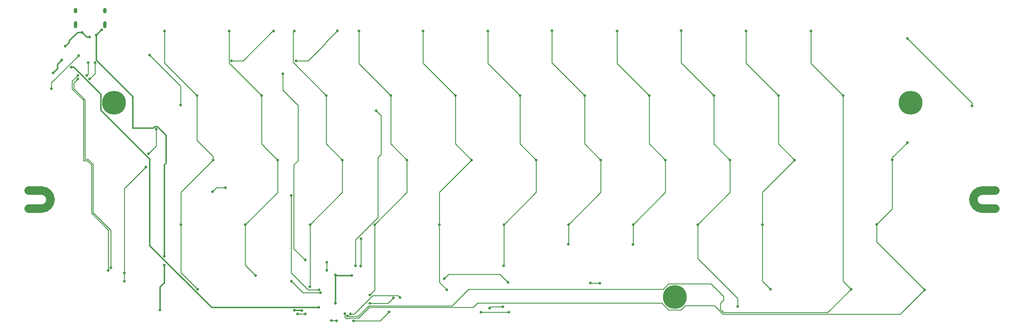
<source format=gbr>
%TF.GenerationSoftware,KiCad,Pcbnew,(5.1.10)-1*%
%TF.CreationDate,2021-08-14T15:29:17+09:00*%
%TF.ProjectId,pcb,7063622e-6b69-4636-9164-5f7063625858,rev?*%
%TF.SameCoordinates,Original*%
%TF.FileFunction,Copper,L1,Top*%
%TF.FilePolarity,Positive*%
%FSLAX46Y46*%
G04 Gerber Fmt 4.6, Leading zero omitted, Abs format (unit mm)*
G04 Created by KiCad (PCBNEW (5.1.10)-1) date 2021-08-14 15:29:17*
%MOMM*%
%LPD*%
G01*
G04 APERTURE LIST*
%TA.AperFunction,EtchedComponent*%
%ADD10C,2.501900*%
%TD*%
%TA.AperFunction,ComponentPad*%
%ADD11C,1.000000*%
%TD*%
%TA.AperFunction,ComponentPad*%
%ADD12C,7.000240*%
%TD*%
%TA.AperFunction,ComponentPad*%
%ADD13C,7.001300*%
%TD*%
%TA.AperFunction,ComponentPad*%
%ADD14O,1.000000X2.100000*%
%TD*%
%TA.AperFunction,ComponentPad*%
%ADD15O,1.000000X1.600000*%
%TD*%
%TA.AperFunction,ViaPad*%
%ADD16C,0.800000*%
%TD*%
%TA.AperFunction,Conductor*%
%ADD17C,0.381000*%
%TD*%
%TA.AperFunction,Conductor*%
%ADD18C,0.250000*%
%TD*%
G04 APERTURE END LIST*
D10*
%TO.C,REF\u002A\u002A*%
X24251000Y-77923050D02*
X28051000Y-77923050D01*
X24251000Y-83224950D02*
X28051000Y-83224950D01*
X305451000Y-83224950D02*
X309301000Y-83224950D01*
X305451000Y-77923050D02*
X309251000Y-77923050D01*
X28051000Y-83224950D02*
G75*
G03*
X30701950Y-80574000I0J2650950D01*
G01*
X30701950Y-80574000D02*
G75*
G03*
X28051000Y-77923050I-2650950J0D01*
G01*
X302800050Y-80574000D02*
G75*
G02*
X305451000Y-77923050I2650950J0D01*
G01*
X305451000Y-83224950D02*
G75*
G02*
X302800050Y-80574000I0J2650950D01*
G01*
%TD*%
D11*
%TO.P,REF\u002A\u002A,1*%
%TO.N,N/C*%
X303612522Y-82412478D03*
X305451000Y-83174000D03*
X307493035Y-83174000D03*
X307493035Y-77974000D03*
X305451000Y-77974000D03*
X303612522Y-78735522D03*
X302851000Y-80574000D03*
X26008965Y-83174000D03*
X26008965Y-77974000D03*
X29889478Y-82412478D03*
X29889478Y-78735522D03*
X28051000Y-83174000D03*
X28051000Y-77974000D03*
X30651000Y-80574000D03*
X215951000Y-111574000D03*
X213551000Y-111574000D03*
X213551000Y-106974000D03*
X215951000Y-106974000D03*
X214751000Y-111574000D03*
X214751000Y-106974000D03*
X285501000Y-49657000D03*
X283101000Y-49674000D03*
X283101000Y-54274000D03*
X285501000Y-54274000D03*
X284301000Y-54274000D03*
X284301000Y-49674000D03*
X51077346Y-53600346D03*
X47824654Y-53600346D03*
X51077346Y-50347654D03*
X47824654Y-50347654D03*
X49451000Y-54274000D03*
X51751000Y-51974000D03*
X47151000Y-51974000D03*
X49451000Y-49674000D03*
D12*
X284301000Y-51974000D03*
X214751000Y-109274000D03*
D13*
X49451000Y-51974000D03*
%TD*%
D14*
%TO.P,USB1,13*%
%TO.N,GND*%
X38098000Y-29005000D03*
X46738000Y-29005000D03*
D15*
X38098000Y-24825000D03*
X46738000Y-24825000D03*
%TD*%
D16*
%TO.N,GND*%
X45768002Y-30463499D03*
X44164000Y-32013500D03*
X64235997Y-97308003D03*
X64262000Y-99949000D03*
X62992000Y-113157000D03*
X102597259Y-113201741D03*
X104775000Y-113284000D03*
%TO.N,+5V*%
X114712750Y-102806500D03*
X119538750Y-102933500D03*
X114680500Y-111156250D03*
X36830000Y-41475001D03*
X109759750Y-112392500D03*
X31496000Y-43180000D03*
X34036000Y-39370000D03*
%TO.N,row0*%
X99187000Y-43434000D03*
X105791000Y-98425000D03*
X112141000Y-99060000D03*
X112141000Y-101473000D03*
%TO.N,row1*%
X126713750Y-54323750D03*
X120650000Y-100106248D03*
%TO.N,row2*%
X101662500Y-79375000D03*
X109855000Y-107188000D03*
%TO.N,row3*%
X122237500Y-92137500D03*
X122174000Y-100203000D03*
%TO.N,Net-(D12-Pad2)*%
X82296000Y-77089000D03*
X78486000Y-78232000D03*
%TO.N,Net-(D15-Pad2)*%
X84074000Y-39624000D03*
X96520000Y-30861000D03*
%TO.N,Net-(D19-Pad2)*%
X115316000Y-30734000D03*
X103124000Y-39624000D03*
%TO.N,VCC*%
X42213999Y-32639000D03*
X40005000Y-31242000D03*
X35031161Y-35302147D03*
%TO.N,col0*%
X38989000Y-38100000D03*
X30988000Y-47879000D03*
X103505000Y-114300000D03*
X105791000Y-114300000D03*
X113478268Y-116276282D03*
X115025000Y-116332000D03*
%TO.N,col1*%
X59944000Y-37973000D03*
X69088000Y-52705000D03*
X61849000Y-59817000D03*
X59563000Y-67056000D03*
X58801000Y-70993000D03*
X52451000Y-104648000D03*
X52451000Y-102198000D03*
X101727000Y-104648000D03*
X110302214Y-108082429D03*
%TO.N,col2*%
X74041000Y-107061000D03*
X69115000Y-87947500D03*
X78640000Y-68897500D03*
X73877500Y-49847500D03*
X64352500Y-30797500D03*
%TO.N,col3*%
X88138000Y-88011000D03*
X97690000Y-68897500D03*
X92927500Y-49847500D03*
X83402500Y-30797500D03*
X91186000Y-102923000D03*
%TO.N,col4*%
X102616000Y-30861000D03*
X111977500Y-49847500D03*
X116740000Y-68897500D03*
X107215000Y-87947500D03*
X107188000Y-106262000D03*
%TO.N,col5*%
X121666000Y-30861000D03*
X131027500Y-49847500D03*
X135790000Y-68897500D03*
X126265000Y-87947500D03*
X124841000Y-108712000D03*
%TO.N,col6*%
X147574000Y-107188000D03*
X145315000Y-87947500D03*
X154840000Y-68897500D03*
X150077500Y-49847500D03*
X140552500Y-30797500D03*
%TO.N,col7*%
X159639000Y-30861000D03*
X169127500Y-49847500D03*
X173890000Y-68897500D03*
X164365000Y-87947500D03*
X164338000Y-100076000D03*
%TO.N,col8*%
X178562000Y-30734000D03*
X188177500Y-49847500D03*
X192940000Y-68897500D03*
X183415000Y-87947500D03*
X183388000Y-93726000D03*
X131826000Y-109601000D03*
X124841000Y-111215000D03*
%TO.N,col9*%
X197739000Y-30861000D03*
X207227500Y-49847500D03*
X211990000Y-68897500D03*
X202465000Y-87947500D03*
X202438000Y-93853000D03*
X164025153Y-112199847D03*
X160147000Y-112649000D03*
%TO.N,col10*%
X216662000Y-30734000D03*
X226277500Y-49847500D03*
X231040000Y-68897500D03*
X221515000Y-87947500D03*
X233303750Y-112077500D03*
X165862000Y-113792000D03*
X157607000Y-113792000D03*
X130497153Y-113723847D03*
X120015000Y-116332000D03*
%TO.N,col11*%
X242951000Y-107061000D03*
X240565000Y-87947500D03*
X250090000Y-68897500D03*
X245327500Y-49847500D03*
X235802500Y-30797500D03*
X192659000Y-105283000D03*
X189865000Y-105156000D03*
X165608000Y-105029000D03*
X146812000Y-103886000D03*
X133731000Y-109474000D03*
X119126000Y-114300000D03*
%TO.N,col12*%
X254889000Y-30861000D03*
X264377500Y-49847500D03*
X266758750Y-106997500D03*
X118237000Y-114935000D03*
%TO.N,col13*%
X288417000Y-107188000D03*
X274320000Y-87884000D03*
X278892000Y-68834000D03*
X283337000Y-63754000D03*
X302387000Y-52959000D03*
X283337000Y-33020000D03*
X117475000Y-114206252D03*
%TO.N,D-*%
X41783000Y-40132000D03*
X41402000Y-43942000D03*
X38735000Y-43942000D03*
X47752000Y-101473000D03*
%TO.N,D+*%
X48477000Y-100640949D03*
X38747651Y-44954654D03*
X42248689Y-45000311D03*
X43815000Y-40155500D03*
%TD*%
D17*
%TO.N,GND*%
X45714001Y-30463499D02*
X44164000Y-32013500D01*
X45768002Y-30463499D02*
X45714001Y-30463499D01*
X64755501Y-69804941D02*
X64235997Y-70324445D01*
X62228441Y-59026499D02*
X64755501Y-61553559D01*
X64755501Y-61553559D02*
X64755501Y-69804941D01*
X61469559Y-59026499D02*
X62228441Y-59026499D01*
X64235997Y-70324445D02*
X64235997Y-97308003D01*
X61058499Y-59437559D02*
X61469559Y-59026499D01*
X54891161Y-59437559D02*
X61058499Y-59437559D01*
X54891161Y-50092160D02*
X54891161Y-59437559D01*
X44164000Y-39364999D02*
X54891161Y-50092160D01*
X44164000Y-32013500D02*
X44164000Y-39364999D01*
X62992000Y-106334692D02*
X62992000Y-113157000D01*
X64262000Y-105064692D02*
X62992000Y-106334692D01*
X64262000Y-99949000D02*
X64262000Y-105064692D01*
X104692741Y-113201741D02*
X104775000Y-113284000D01*
X102597259Y-113201741D02*
X104692741Y-113201741D01*
%TO.N,+5V*%
X114839750Y-102933500D02*
X114712750Y-102806500D01*
X119538750Y-102933500D02*
X114839750Y-102933500D01*
X114712750Y-111124000D02*
X114680500Y-111156250D01*
X114712750Y-102806500D02*
X114712750Y-111124000D01*
X78202558Y-112392500D02*
X109759750Y-112392500D01*
X59942441Y-94132383D02*
X78202558Y-112392500D01*
X59942441Y-68605383D02*
X59942441Y-94132383D01*
X45559849Y-54222791D02*
X59942441Y-68605383D01*
X45559849Y-49429407D02*
X45559849Y-54222791D01*
X37605443Y-41475001D02*
X45559849Y-49429407D01*
X36830000Y-41475001D02*
X37605443Y-41475001D01*
X31496000Y-43180000D02*
X32766000Y-41910000D01*
X32766000Y-40640000D02*
X34036000Y-39370000D01*
X32766000Y-41910000D02*
X32766000Y-40640000D01*
D18*
%TO.N,row0*%
X102456099Y-95090099D02*
X105791000Y-98425000D01*
X102456099Y-70324427D02*
X102456099Y-95090099D01*
X103661927Y-69118599D02*
X102456099Y-70324427D01*
X103661927Y-52732929D02*
X103661927Y-69118599D01*
X99187000Y-48258002D02*
X103661927Y-52732929D01*
X99187000Y-43434000D02*
X99187000Y-48258002D01*
X112141000Y-99060000D02*
X112141000Y-100965000D01*
X112141000Y-100965000D02*
X112141000Y-101473000D01*
%TO.N,row1*%
X120650000Y-92489498D02*
X120650000Y-100106248D01*
X127241001Y-68182501D02*
X127241001Y-85898497D01*
X127241001Y-85898497D02*
X120650000Y-92489498D01*
X128190001Y-67233501D02*
X127241001Y-68182501D01*
X128190001Y-55800001D02*
X128190001Y-67233501D01*
X126713750Y-54323750D02*
X128190001Y-55800001D01*
%TO.N,row2*%
X106680328Y-107188000D02*
X109855000Y-107188000D01*
X101662500Y-102170172D02*
X106680328Y-107188000D01*
X101662500Y-79375000D02*
X101662500Y-102170172D01*
%TO.N,row3*%
X122237500Y-100139500D02*
X122174000Y-100203000D01*
X122237500Y-92137500D02*
X122237500Y-100139500D01*
%TO.N,Net-(D12-Pad2)*%
X79629000Y-77089000D02*
X78486000Y-78232000D01*
X82296000Y-77089000D02*
X79629000Y-77089000D01*
%TO.N,Net-(D15-Pad2)*%
X96267998Y-30861000D02*
X96520000Y-30861000D01*
X87504998Y-39624000D02*
X96267998Y-30861000D01*
X84074000Y-39624000D02*
X87504998Y-39624000D01*
%TO.N,Net-(D19-Pad2)*%
X106682974Y-39624000D02*
X103124000Y-39624000D01*
X111856401Y-34450573D02*
X106682974Y-39624000D01*
X111856401Y-34193599D02*
X111856401Y-34450573D01*
X115316000Y-30734000D02*
X111856401Y-34193599D01*
D17*
%TO.N,VCC*%
X41402000Y-32639000D02*
X40005000Y-31242000D01*
X42213999Y-32639000D02*
X41402000Y-32639000D01*
X36240059Y-34093249D02*
X35031161Y-35302147D01*
X36240059Y-33641999D02*
X36240059Y-34093249D01*
X38640058Y-31242000D02*
X36240059Y-33641999D01*
X40005000Y-31242000D02*
X38640058Y-31242000D01*
D18*
%TO.N,col0*%
X30988000Y-46101000D02*
X30988000Y-47879000D01*
X38989000Y-38100000D02*
X30988000Y-46101000D01*
X103505000Y-114300000D02*
X105791000Y-114300000D01*
X114969282Y-116276282D02*
X115025000Y-116332000D01*
X113478268Y-116276282D02*
X114969282Y-116276282D01*
%TO.N,col1*%
X69088000Y-47117000D02*
X69088000Y-52705000D01*
X59944000Y-37973000D02*
X69088000Y-47117000D01*
X61849000Y-64770000D02*
X59563000Y-67056000D01*
X61849000Y-59817000D02*
X61849000Y-64770000D01*
X58801000Y-70993000D02*
X52451000Y-77343000D01*
X52451000Y-102235000D02*
X52451000Y-102198000D01*
X52451000Y-77343000D02*
X52451000Y-102235000D01*
X52451000Y-102235000D02*
X52451000Y-104648000D01*
X105161429Y-108082429D02*
X110302214Y-108082429D01*
X101727000Y-104648000D02*
X105161429Y-108082429D01*
%TO.N,col2*%
X69115000Y-102135000D02*
X69115000Y-87947500D01*
X74041000Y-107061000D02*
X69115000Y-102135000D01*
X69115000Y-78422500D02*
X78640000Y-68897500D01*
X69115000Y-87947500D02*
X69115000Y-78422500D01*
X78640000Y-68897500D02*
X78640000Y-67845000D01*
X73877500Y-63082500D02*
X73877500Y-49847500D01*
X78640000Y-67845000D02*
X73877500Y-63082500D01*
X64352500Y-40322500D02*
X64352500Y-30797500D01*
X73877500Y-49847500D02*
X64352500Y-40322500D01*
%TO.N,col3*%
X97690000Y-78459000D02*
X97690000Y-68897500D01*
X88138000Y-88011000D02*
X97690000Y-78459000D01*
X93732499Y-64939999D02*
X93732499Y-64903499D01*
X97690000Y-68897500D02*
X93732499Y-64939999D01*
X92927500Y-64098500D02*
X92927500Y-49847500D01*
X93732499Y-64903499D02*
X92927500Y-64098500D01*
X83348999Y-30851001D02*
X83402500Y-30797500D01*
X83348999Y-40268999D02*
X83348999Y-30851001D01*
X92927500Y-49847500D02*
X83348999Y-40268999D01*
X88138000Y-99875000D02*
X91186000Y-102923000D01*
X88138000Y-88011000D02*
X88138000Y-99875000D01*
%TO.N,col4*%
X102216001Y-40086001D02*
X111977500Y-49847500D01*
X102216001Y-31260999D02*
X102216001Y-40086001D01*
X102616000Y-30861000D02*
X102216001Y-31260999D01*
X111977500Y-64135000D02*
X116740000Y-68897500D01*
X111977500Y-49847500D02*
X111977500Y-64135000D01*
X116740000Y-78422500D02*
X107215000Y-87947500D01*
X116740000Y-68897500D02*
X116740000Y-78422500D01*
X107215000Y-106235000D02*
X107188000Y-106262000D01*
X107215000Y-87947500D02*
X107215000Y-106235000D01*
%TO.N,col5*%
X121666000Y-40486000D02*
X131027500Y-49847500D01*
X121666000Y-30861000D02*
X121666000Y-40486000D01*
X131027500Y-64135000D02*
X135790000Y-68897500D01*
X131027500Y-49847500D02*
X131027500Y-64135000D01*
X135790000Y-78422500D02*
X126265000Y-87947500D01*
X135790000Y-68897500D02*
X135790000Y-78422500D01*
X126265000Y-107288000D02*
X124841000Y-108712000D01*
X126265000Y-87947500D02*
X126265000Y-107288000D01*
%TO.N,col6*%
X145315000Y-104929000D02*
X145315000Y-87947500D01*
X147574000Y-107188000D02*
X145315000Y-104929000D01*
X145315000Y-78422500D02*
X154840000Y-68897500D01*
X145315000Y-87947500D02*
X145315000Y-78422500D01*
X150077500Y-64135000D02*
X150077500Y-49847500D01*
X154840000Y-68897500D02*
X150077500Y-64135000D01*
X140552500Y-40322500D02*
X140552500Y-30797500D01*
X150077500Y-49847500D02*
X140552500Y-40322500D01*
%TO.N,col7*%
X159639000Y-40359000D02*
X169127500Y-49847500D01*
X159639000Y-30861000D02*
X159639000Y-40359000D01*
X169127500Y-64135000D02*
X173890000Y-68897500D01*
X169127500Y-49847500D02*
X169127500Y-64135000D01*
X173890000Y-78422500D02*
X164365000Y-87947500D01*
X173890000Y-68897500D02*
X173890000Y-78422500D01*
X164365000Y-100049000D02*
X164338000Y-100076000D01*
X164365000Y-87947500D02*
X164365000Y-100049000D01*
%TO.N,col8*%
X178562000Y-40232000D02*
X188177500Y-49847500D01*
X178562000Y-30734000D02*
X178562000Y-40232000D01*
X188177500Y-64135000D02*
X192940000Y-68897500D01*
X188177500Y-49847500D02*
X188177500Y-64135000D01*
X192940000Y-78422500D02*
X183415000Y-87947500D01*
X192940000Y-68897500D02*
X192940000Y-78422500D01*
X183415000Y-93699000D02*
X183388000Y-93726000D01*
X183415000Y-87947500D02*
X183415000Y-93699000D01*
X130212000Y-111215000D02*
X124841000Y-111215000D01*
X131826000Y-109601000D02*
X130212000Y-111215000D01*
%TO.N,col9*%
X197739000Y-40359000D02*
X207227500Y-49847500D01*
X197739000Y-30861000D02*
X197739000Y-40359000D01*
X207227500Y-64135000D02*
X211990000Y-68897500D01*
X207227500Y-49847500D02*
X207227500Y-64135000D01*
X211990000Y-78422500D02*
X202465000Y-87947500D01*
X211990000Y-68897500D02*
X211990000Y-78422500D01*
X202465000Y-93826000D02*
X202438000Y-93853000D01*
X202465000Y-87947500D02*
X202465000Y-93826000D01*
X160596153Y-112199847D02*
X160147000Y-112649000D01*
X164025153Y-112199847D02*
X160596153Y-112199847D01*
%TO.N,col10*%
X216662000Y-40232000D02*
X226277500Y-49847500D01*
X216662000Y-30734000D02*
X216662000Y-40232000D01*
X226277500Y-64135000D02*
X231040000Y-68897500D01*
X226277500Y-49847500D02*
X226277500Y-64135000D01*
X231040000Y-78422500D02*
X221515000Y-87947500D01*
X231040000Y-68897500D02*
X231040000Y-78422500D01*
X221515000Y-97977748D02*
X233303750Y-109766498D01*
X233303750Y-109766498D02*
X233303750Y-112077500D01*
X221515000Y-87947500D02*
X221515000Y-97977748D01*
X165862000Y-113792000D02*
X157607000Y-113792000D01*
X127889000Y-116332000D02*
X120015000Y-116332000D01*
X130497153Y-113723847D02*
X127889000Y-116332000D01*
%TO.N,col11*%
X240565000Y-104675000D02*
X240565000Y-87947500D01*
X242951000Y-107061000D02*
X240565000Y-104675000D01*
X240565000Y-78422500D02*
X250090000Y-68897500D01*
X240565000Y-87947500D02*
X240565000Y-78422500D01*
X245327500Y-64135000D02*
X245327500Y-49847500D01*
X250090000Y-68897500D02*
X245327500Y-64135000D01*
X235802500Y-40322500D02*
X235802500Y-30797500D01*
X245327500Y-49847500D02*
X235802500Y-40322500D01*
X192659000Y-105283000D02*
X189992000Y-105283000D01*
X148065501Y-102632499D02*
X146812000Y-103886000D01*
X163211499Y-102632499D02*
X148065501Y-102632499D01*
X165608000Y-105029000D02*
X163211499Y-102632499D01*
X120326002Y-114300000D02*
X119126000Y-114300000D01*
X125750003Y-108875999D02*
X120326002Y-114300000D01*
X133132999Y-108875999D02*
X125750003Y-108875999D01*
X133731000Y-109474000D02*
X133132999Y-108875999D01*
%TO.N,col12*%
X254889000Y-40359000D02*
X264377500Y-49847500D01*
X254889000Y-30861000D02*
X254889000Y-40359000D01*
X264377500Y-104616250D02*
X266758750Y-106997500D01*
X264377500Y-49847500D02*
X264377500Y-104616250D01*
X118327001Y-115025001D02*
X118237000Y-114935000D01*
X121407999Y-115025001D02*
X118327001Y-115025001D01*
X212914941Y-105448879D02*
X211366320Y-106997500D01*
X259853749Y-113902501D02*
X229152749Y-113902501D01*
X229152749Y-109167501D02*
X225434127Y-105448879D01*
X266758750Y-106997500D02*
X259853749Y-113902501D01*
X228203749Y-112953501D02*
X228203749Y-111201499D01*
X228203749Y-111201499D02*
X229152749Y-110252499D01*
X229152749Y-113902501D02*
X228203749Y-112953501D01*
X211366320Y-106997500D02*
X154017252Y-106997500D01*
X225434127Y-105448879D02*
X212914941Y-105448879D01*
X154017252Y-106997500D02*
X149074751Y-111940001D01*
X124492999Y-111940001D02*
X121407999Y-115025001D01*
X229152749Y-110252499D02*
X229152749Y-109167501D01*
X149074751Y-111940001D02*
X124492999Y-111940001D01*
%TO.N,col13*%
X274320000Y-93091000D02*
X274320000Y-87884000D01*
X288417000Y-107188000D02*
X274320000Y-93091000D01*
X278892000Y-83312000D02*
X278892000Y-68834000D01*
X274320000Y-87884000D02*
X278892000Y-83312000D01*
X278892000Y-68199000D02*
X283337000Y-63754000D01*
X278892000Y-68834000D02*
X278892000Y-68199000D01*
X302387000Y-52070000D02*
X283337000Y-33020000D01*
X302387000Y-52959000D02*
X302387000Y-52070000D01*
X117475000Y-115246002D02*
X117475000Y-114206252D01*
X117888999Y-115660001D02*
X117475000Y-115246002D01*
X281252490Y-114352510D02*
X228966348Y-114352510D01*
X228966348Y-114352510D02*
X226470239Y-111856401D01*
X212914941Y-113099121D02*
X210925879Y-111110059D01*
X217829779Y-111856401D02*
X216587059Y-113099121D01*
X155360713Y-112390011D02*
X124679399Y-112390011D01*
X288417000Y-107188000D02*
X281252490Y-114352510D01*
X216587059Y-113099121D02*
X212914941Y-113099121D01*
X210925879Y-111110059D02*
X156640665Y-111110059D01*
X156640665Y-111110059D02*
X155360713Y-112390011D01*
X124679399Y-112390011D02*
X121594399Y-115475011D01*
X118585001Y-115660001D02*
X117888999Y-115660001D01*
X226470239Y-111856401D02*
X217829779Y-111856401D01*
X121594399Y-115475011D02*
X118769991Y-115475011D01*
X118769991Y-115475011D02*
X118585001Y-115660001D01*
%TO.N,D-*%
X41783000Y-43561000D02*
X41402000Y-43942000D01*
X41783000Y-40132000D02*
X41783000Y-43561000D01*
X38735000Y-43942000D02*
X37084000Y-45593000D01*
X40418901Y-51274427D02*
X40418901Y-56609099D01*
X37084000Y-47939526D02*
X40418901Y-51274427D01*
X37084000Y-45593000D02*
X37084000Y-47939526D01*
X40418901Y-69055099D02*
X40386000Y-69088000D01*
X40418901Y-56609099D02*
X40418901Y-69055099D01*
X42800151Y-70324427D02*
X42800151Y-78103849D01*
X41563724Y-69088000D02*
X42800151Y-70324427D01*
X40386000Y-69088000D02*
X41563724Y-69088000D01*
X42800151Y-84611927D02*
X47752000Y-89563776D01*
X42800151Y-78103849D02*
X42800151Y-84611927D01*
X47752000Y-89563776D02*
X47752000Y-101473000D01*
%TO.N,D+*%
X48477000Y-100640949D02*
X48477000Y-89652366D01*
X48477000Y-89652366D02*
X48202009Y-89377375D01*
X43250160Y-70138026D02*
X41750124Y-68637990D01*
X43250161Y-84425527D02*
X43250160Y-70138026D01*
X48202009Y-89377375D02*
X43250161Y-84425527D01*
X41750124Y-68637990D02*
X40894000Y-68637990D01*
X40894000Y-68637990D02*
X40894000Y-51113116D01*
X40894000Y-51113116D02*
X37534010Y-47753126D01*
X37534010Y-46168295D02*
X38747651Y-44954654D01*
X37534010Y-47753126D02*
X37534010Y-46168295D01*
X43815000Y-43434000D02*
X43815000Y-40155500D01*
X42248689Y-45000311D02*
X43815000Y-43434000D01*
%TD*%
M02*

</source>
